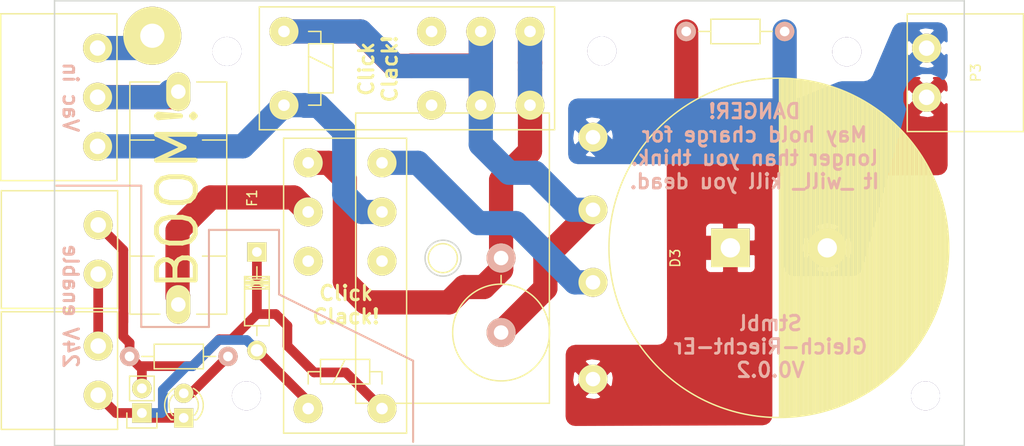
<source format=kicad_pcb>
(kicad_pcb (version 4) (host pcbnew "(2016-01-14 BZR 6474)-product")

  (general
    (links 29)
    (no_connects 0)
    (area 34.809999 66.82 140.945301 116.21226)
    (thickness 1.6)
    (drawings 30)
    (tracks 113)
    (zones 0)
    (modules 21)
    (nets 18)
  )

  (page A4)
  (layers
    (0 F.Cu signal)
    (31 B.Cu signal)
    (32 B.Adhes user)
    (33 F.Adhes user)
    (34 B.Paste user)
    (35 F.Paste user)
    (36 B.SilkS user)
    (37 F.SilkS user)
    (38 B.Mask user)
    (39 F.Mask user)
    (40 Dwgs.User user)
    (41 Cmts.User user)
    (42 Eco1.User user)
    (43 Eco2.User user)
    (44 Edge.Cuts user)
    (45 Margin user)
    (46 B.CrtYd user)
    (47 F.CrtYd user)
    (48 B.Fab user)
    (49 F.Fab user)
  )

  (setup
    (last_trace_width 0.25)
    (user_trace_width 1)
    (user_trace_width 2.5)
    (trace_clearance 0.2)
    (zone_clearance 0.9)
    (zone_45_only no)
    (trace_min 0.2)
    (segment_width 0.2)
    (edge_width 0.15)
    (via_size 1)
    (via_drill 0.5)
    (via_min_size 0.4)
    (via_min_drill 0.3)
    (uvia_size 0.3)
    (uvia_drill 0.1)
    (uvias_allowed no)
    (uvia_min_size 0.2)
    (uvia_min_drill 0.1)
    (pcb_text_width 0.3)
    (pcb_text_size 1.5 1.5)
    (mod_edge_width 0.15)
    (mod_text_size 1 1)
    (mod_text_width 0.15)
    (pad_size 1.524 1.524)
    (pad_drill 0.762)
    (pad_to_mask_clearance 0.2)
    (aux_axis_origin 0 0)
    (grid_origin 40.64 115.443)
    (visible_elements FFFFFF7F)
    (pcbplotparams
      (layerselection 0x00030_80000001)
      (usegerberextensions false)
      (excludeedgelayer true)
      (linewidth 0.100000)
      (plotframeref false)
      (viasonmask false)
      (mode 1)
      (useauxorigin false)
      (hpglpennumber 1)
      (hpglpenspeed 20)
      (hpglpendiameter 15)
      (hpglpenoverlay 2)
      (psnegative false)
      (psa4output false)
      (plotreference true)
      (plotvalue true)
      (plotinvisibletext false)
      (padsonsilk false)
      (subtractmaskfromsilk false)
      (outputformat 1)
      (mirror false)
      (drillshape 0)
      (scaleselection 1)
      (outputdirectory ""))
  )

  (net 0 "")
  (net 1 DC+)
  (net 2 DC-)
  (net 3 "Net-(D1-Pad1)")
  (net 4 "Net-(D1-Pad2)")
  (net 5 "Net-(D2-Pad1)")
  (net 6 Neutral)
  (net 7 AC_ntc)
  (net 8 AC_fused)
  (net 9 "Net-(F1-Pad1)")
  (net 10 PE)
  (net 11 "Net-(P1-Pad1)")
  (net 12 AC_switched)
  (net 13 "Net-(RL1-Pad12)")
  (net 14 "Net-(RL2-Pad12)")
  (net 15 "Net-(RL1-Pad22)")
  (net 16 "Net-(RL2-Pad22)")
  (net 17 Neutral_Switched)

  (net_class Default "Dies ist die voreingestellte Netzklasse."
    (clearance 0.2)
    (trace_width 0.25)
    (via_dia 1)
    (via_drill 0.5)
    (uvia_dia 0.3)
    (uvia_drill 0.1)
    (add_net AC_fused)
    (add_net AC_ntc)
    (add_net AC_switched)
    (add_net DC+)
    (add_net DC-)
    (add_net "Net-(D1-Pad1)")
    (add_net "Net-(D1-Pad2)")
    (add_net "Net-(D2-Pad1)")
    (add_net "Net-(F1-Pad1)")
    (add_net "Net-(P1-Pad1)")
    (add_net "Net-(RL1-Pad12)")
    (add_net "Net-(RL1-Pad22)")
    (add_net "Net-(RL2-Pad12)")
    (add_net "Net-(RL2-Pad22)")
    (add_net Neutral)
    (add_net Neutral_Switched)
    (add_net PE)
  )

  (module Fuse_Holders_and_Fuses:Fuseholder5x20_horiz_SemiClosed_Casing10x25mm (layer F.Cu) (tedit 56980EAA) (tstamp 5626694E)
    (at 53.4162 89.8017 270)
    (descr "Fuseholder, 5x20, Semi closed, horizontal, Casing 10x25mm,")
    (tags "Fuseholder, 5x20, Semi closed, horizontal, Casing 10x25mm, Sicherungshalter, halbgeschlossen,")
    (path /5626282B)
    (fp_text reference F1 (at 0 -7.62 270) (layer F.SilkS)
      (effects (font (size 1 1) (thickness 0.15)))
    )
    (fp_text value FUSE (at 1.27 7.62 270) (layer F.Fab) hide
      (effects (font (size 1 1) (thickness 0.15)))
    )
    (fp_line (start -5.99948 -2.49936) (end -5.99948 -5.00126) (layer F.SilkS) (width 0.15))
    (fp_line (start -5.99948 5.00126) (end -5.99948 2.49936) (layer F.SilkS) (width 0.15))
    (fp_line (start 5.99948 5.00126) (end 5.99948 2.49936) (layer F.SilkS) (width 0.15))
    (fp_line (start 5.99948 -5.00126) (end 5.99948 -2.49936) (layer F.SilkS) (width 0.15))
    (fp_line (start 11.99896 -1.89992) (end 11.99896 -5.00126) (layer F.SilkS) (width 0.15))
    (fp_line (start -11.99896 1.89992) (end -11.99896 5.00126) (layer F.SilkS) (width 0.15))
    (fp_line (start -11.99896 5.00126) (end 11.99896 5.00126) (layer F.SilkS) (width 0.15))
    (fp_line (start 11.99896 5.00126) (end 11.99896 1.89992) (layer F.SilkS) (width 0.15))
    (fp_line (start 11.99896 -5.00126) (end -11.99896 -5.00126) (layer F.SilkS) (width 0.15))
    (fp_line (start -11.99896 -5.00126) (end -11.99896 -1.89992) (layer F.SilkS) (width 0.15))
    (pad 2 thru_hole oval (at 11.00074 0 180) (size 2.49936 4.0005) (drill 1.50114) (layers *.Cu *.Mask F.SilkS)
      (net 8 AC_fused))
    (pad 1 thru_hole oval (at -11.00074 0 180) (size 2.49936 4.0005) (drill 1.50114) (layers *.Cu *.Mask F.SilkS)
      (net 9 "Net-(F1-Pad1)"))
  )

  (module Resistors_ThroughHole:Resistor_Vertical_RM7.5mm (layer F.Cu) (tedit 56980E35) (tstamp 562673CC)
    (at 86.741 99.949 90)
    (descr "Resistor, Vertical, RM 7.5mm,")
    (tags "Resistor, Vertical, RM 7.5mm,")
    (path /56262BA3)
    (fp_text reference R2 (at 0 -6.35 90) (layer F.SilkS) hide
      (effects (font (size 1 1) (thickness 0.15)))
    )
    (fp_text value R (at 0 7.50062 90) (layer F.Fab) hide
      (effects (font (size 1 1) (thickness 0.15)))
    )
    (fp_line (start 1.25222 0) (end 2.15138 0) (layer F.SilkS) (width 0.15))
    (fp_circle (center -3.74904 0) (end 1.25222 0) (layer F.SilkS) (width 0.15))
    (pad 1 thru_hole circle (at -3.74904 0 90) (size 3 3) (drill 1.5) (layers *.Cu *.SilkS *.Mask)
      (net 7 AC_ntc))
    (pad 2 thru_hole circle (at 3.95158 0 90) (size 3 3) (drill 1.5) (layers *.Cu *.SilkS *.Mask)
      (net 12 AC_switched))
  )

  (module Capacitors_ThroughHole:C_Radial_D35_L51_P10 (layer F.Cu) (tedit 56980E9A) (tstamp 5626813E)
    (at 110.4138 94.9452)
    (descr "Radial Electrolytic Capacitor Diameter 35mm x Length 51mm, Pitch 10mm")
    (tags "Electrolytic Capacitor")
    (path /562625AE)
    (fp_text reference C1 (at 5 -18.8) (layer F.SilkS) hide
      (effects (font (size 1 1) (thickness 0.15)))
    )
    (fp_text value CP1 (at 5 18.8) (layer F.Fab) hide
      (effects (font (size 1 1) (thickness 0.15)))
    )
    (fp_line (start 5.075 -17.5) (end 5.075 17.5) (layer F.SilkS) (width 0.15))
    (fp_line (start 5.215 -17.499) (end 5.215 17.499) (layer F.SilkS) (width 0.15))
    (fp_line (start 5.355 -17.496) (end 5.355 17.496) (layer F.SilkS) (width 0.15))
    (fp_line (start 5.495 -17.493) (end 5.495 17.493) (layer F.SilkS) (width 0.15))
    (fp_line (start 5.635 -17.488) (end 5.635 17.488) (layer F.SilkS) (width 0.15))
    (fp_line (start 5.775 -17.483) (end 5.775 17.483) (layer F.SilkS) (width 0.15))
    (fp_line (start 5.915 -17.476) (end 5.915 17.476) (layer F.SilkS) (width 0.15))
    (fp_line (start 6.055 -17.468) (end 6.055 17.468) (layer F.SilkS) (width 0.15))
    (fp_line (start 6.195 -17.459) (end 6.195 17.459) (layer F.SilkS) (width 0.15))
    (fp_line (start 6.335 -17.449) (end 6.335 17.449) (layer F.SilkS) (width 0.15))
    (fp_line (start 6.475 -17.438) (end 6.475 17.438) (layer F.SilkS) (width 0.15))
    (fp_line (start 6.615 -17.425) (end 6.615 17.425) (layer F.SilkS) (width 0.15))
    (fp_line (start 6.755 -17.412) (end 6.755 17.412) (layer F.SilkS) (width 0.15))
    (fp_line (start 6.895 -17.397) (end 6.895 17.397) (layer F.SilkS) (width 0.15))
    (fp_line (start 7.035 -17.381) (end 7.035 17.381) (layer F.SilkS) (width 0.15))
    (fp_line (start 7.175 -17.364) (end 7.175 17.364) (layer F.SilkS) (width 0.15))
    (fp_line (start 7.315 -17.346) (end 7.315 17.346) (layer F.SilkS) (width 0.15))
    (fp_line (start 7.455 -17.327) (end 7.455 17.327) (layer F.SilkS) (width 0.15))
    (fp_line (start 7.595 -17.307) (end 7.595 17.307) (layer F.SilkS) (width 0.15))
    (fp_line (start 7.735 -17.285) (end 7.735 17.285) (layer F.SilkS) (width 0.15))
    (fp_line (start 7.875 -17.262) (end 7.875 17.262) (layer F.SilkS) (width 0.15))
    (fp_line (start 8.015 -17.238) (end 8.015 17.238) (layer F.SilkS) (width 0.15))
    (fp_line (start 8.155 -17.213) (end 8.155 17.213) (layer F.SilkS) (width 0.15))
    (fp_line (start 8.295 -17.187) (end 8.295 17.187) (layer F.SilkS) (width 0.15))
    (fp_line (start 8.435 -17.16) (end 8.435 17.16) (layer F.SilkS) (width 0.15))
    (fp_line (start 8.575 -17.131) (end 8.575 17.131) (layer F.SilkS) (width 0.15))
    (fp_line (start 8.715 -17.101) (end 8.715 -0.197) (layer F.SilkS) (width 0.15))
    (fp_line (start 8.715 0.197) (end 8.715 17.101) (layer F.SilkS) (width 0.15))
    (fp_line (start 8.855 -17.07) (end 8.855 -0.616) (layer F.SilkS) (width 0.15))
    (fp_line (start 8.855 0.616) (end 8.855 17.07) (layer F.SilkS) (width 0.15))
    (fp_line (start 8.995 -17.038) (end 8.995 -0.825) (layer F.SilkS) (width 0.15))
    (fp_line (start 8.995 0.825) (end 8.995 17.038) (layer F.SilkS) (width 0.15))
    (fp_line (start 9.135 -17.004) (end 9.135 -0.97) (layer F.SilkS) (width 0.15))
    (fp_line (start 9.135 0.97) (end 9.135 17.004) (layer F.SilkS) (width 0.15))
    (fp_line (start 9.275 -16.97) (end 9.275 -1.079) (layer F.SilkS) (width 0.15))
    (fp_line (start 9.275 1.079) (end 9.275 16.97) (layer F.SilkS) (width 0.15))
    (fp_line (start 9.415 -16.934) (end 9.415 -1.161) (layer F.SilkS) (width 0.15))
    (fp_line (start 9.415 1.161) (end 9.415 16.934) (layer F.SilkS) (width 0.15))
    (fp_line (start 9.555 -16.897) (end 9.555 -1.221) (layer F.SilkS) (width 0.15))
    (fp_line (start 9.555 1.221) (end 9.555 16.897) (layer F.SilkS) (width 0.15))
    (fp_line (start 9.695 -16.858) (end 9.695 -1.264) (layer F.SilkS) (width 0.15))
    (fp_line (start 9.695 1.264) (end 9.695 16.858) (layer F.SilkS) (width 0.15))
    (fp_line (start 9.835 -16.819) (end 9.835 -1.289) (layer F.SilkS) (width 0.15))
    (fp_line (start 9.835 1.289) (end 9.835 16.819) (layer F.SilkS) (width 0.15))
    (fp_line (start 9.975 -16.778) (end 9.975 -1.3) (layer F.SilkS) (width 0.15))
    (fp_line (start 9.975 1.3) (end 9.975 16.778) (layer F.SilkS) (width 0.15))
    (fp_line (start 10.115 -16.736) (end 10.115 -1.295) (layer F.SilkS) (width 0.15))
    (fp_line (start 10.115 1.295) (end 10.115 16.736) (layer F.SilkS) (width 0.15))
    (fp_line (start 10.255 -16.692) (end 10.255 -1.275) (layer F.SilkS) (width 0.15))
    (fp_line (start 10.255 1.275) (end 10.255 16.692) (layer F.SilkS) (width 0.15))
    (fp_line (start 10.395 -16.648) (end 10.395 -1.239) (layer F.SilkS) (width 0.15))
    (fp_line (start 10.395 1.239) (end 10.395 16.648) (layer F.SilkS) (width 0.15))
    (fp_line (start 10.535 -16.602) (end 10.535 -1.185) (layer F.SilkS) (width 0.15))
    (fp_line (start 10.535 1.185) (end 10.535 16.602) (layer F.SilkS) (width 0.15))
    (fp_line (start 10.675 -16.554) (end 10.675 -1.111) (layer F.SilkS) (width 0.15))
    (fp_line (start 10.675 1.111) (end 10.675 16.554) (layer F.SilkS) (width 0.15))
    (fp_line (start 10.815 -16.506) (end 10.815 -1.013) (layer F.SilkS) (width 0.15))
    (fp_line (start 10.815 1.013) (end 10.815 16.506) (layer F.SilkS) (width 0.15))
    (fp_line (start 10.955 -16.456) (end 10.955 -0.882) (layer F.SilkS) (width 0.15))
    (fp_line (start 10.955 0.882) (end 10.955 16.456) (layer F.SilkS) (width 0.15))
    (fp_line (start 11.095 -16.404) (end 11.095 -0.701) (layer F.SilkS) (width 0.15))
    (fp_line (start 11.095 0.701) (end 11.095 16.404) (layer F.SilkS) (width 0.15))
    (fp_line (start 11.235 -16.352) (end 11.235 -0.406) (layer F.SilkS) (width 0.15))
    (fp_line (start 11.235 0.406) (end 11.235 16.352) (layer F.SilkS) (width 0.15))
    (fp_line (start 11.375 -16.298) (end 11.375 16.298) (layer F.SilkS) (width 0.15))
    (fp_line (start 11.515 -16.242) (end 11.515 16.242) (layer F.SilkS) (width 0.15))
    (fp_line (start 11.655 -16.185) (end 11.655 16.185) (layer F.SilkS) (width 0.15))
    (fp_line (start 11.795 -16.127) (end 11.795 16.127) (layer F.SilkS) (width 0.15))
    (fp_line (start 11.935 -16.067) (end 11.935 16.067) (layer F.SilkS) (width 0.15))
    (fp_line (start 12.075 -16.006) (end 12.075 16.006) (layer F.SilkS) (width 0.15))
    (fp_line (start 12.215 -15.943) (end 12.215 15.943) (layer F.SilkS) (width 0.15))
    (fp_line (start 12.355 -15.879) (end 12.355 15.879) (layer F.SilkS) (width 0.15))
    (fp_line (start 12.495 -15.814) (end 12.495 15.814) (layer F.SilkS) (width 0.15))
    (fp_line (start 12.635 -15.747) (end 12.635 15.747) (layer F.SilkS) (width 0.15))
    (fp_line (start 12.775 -15.678) (end 12.775 15.678) (layer F.SilkS) (width 0.15))
    (fp_line (start 12.915 -15.608) (end 12.915 15.608) (layer F.SilkS) (width 0.15))
    (fp_line (start 13.055 -15.536) (end 13.055 15.536) (layer F.SilkS) (width 0.15))
    (fp_line (start 13.195 -15.463) (end 13.195 15.463) (layer F.SilkS) (width 0.15))
    (fp_line (start 13.335 -15.388) (end 13.335 15.388) (layer F.SilkS) (width 0.15))
    (fp_line (start 13.475 -15.311) (end 13.475 15.311) (layer F.SilkS) (width 0.15))
    (fp_line (start 13.615 -15.233) (end 13.615 15.233) (layer F.SilkS) (width 0.15))
    (fp_line (start 13.755 -15.153) (end 13.755 15.153) (layer F.SilkS) (width 0.15))
    (fp_line (start 13.895 -15.071) (end 13.895 15.071) (layer F.SilkS) (width 0.15))
    (fp_line (start 14.035 -14.987) (end 14.035 14.987) (layer F.SilkS) (width 0.15))
    (fp_line (start 14.175 -14.902) (end 14.175 14.902) (layer F.SilkS) (width 0.15))
    (fp_line (start 14.315 -14.815) (end 14.315 14.815) (layer F.SilkS) (width 0.15))
    (fp_line (start 14.455 -14.726) (end 14.455 14.726) (layer F.SilkS) (width 0.15))
    (fp_line (start 14.595 -14.635) (end 14.595 14.635) (layer F.SilkS) (width 0.15))
    (fp_line (start 14.735 -14.542) (end 14.735 14.542) (layer F.SilkS) (width 0.15))
    (fp_line (start 14.875 -14.448) (end 14.875 14.448) (layer F.SilkS) (width 0.15))
    (fp_line (start 15.015 -14.351) (end 15.015 14.351) (layer F.SilkS) (width 0.15))
    (fp_line (start 15.155 -14.252) (end 15.155 14.252) (layer F.SilkS) (width 0.15))
    (fp_line (start 15.295 -14.151) (end 15.295 14.151) (layer F.SilkS) (width 0.15))
    (fp_line (start 15.435 -14.049) (end 15.435 14.049) (layer F.SilkS) (width 0.15))
    (fp_line (start 15.575 -13.943) (end 15.575 13.943) (layer F.SilkS) (width 0.15))
    (fp_line (start 15.715 -13.836) (end 15.715 13.836) (layer F.SilkS) (width 0.15))
    (fp_line (start 15.855 -13.727) (end 15.855 13.727) (layer F.SilkS) (width 0.15))
    (fp_line (start 15.995 -13.615) (end 15.995 13.615) (layer F.SilkS) (width 0.15))
    (fp_line (start 16.135 -13.5) (end 16.135 13.5) (layer F.SilkS) (width 0.15))
    (fp_line (start 16.275 -13.384) (end 16.275 13.384) (layer F.SilkS) (width 0.15))
    (fp_line (start 16.415 -13.265) (end 16.415 13.265) (layer F.SilkS) (width 0.15))
    (fp_line (start 16.555 -13.143) (end 16.555 13.143) (layer F.SilkS) (width 0.15))
    (fp_line (start 16.695 -13.018) (end 16.695 13.018) (layer F.SilkS) (width 0.15))
    (fp_line (start 16.835 -12.891) (end 16.835 12.891) (layer F.SilkS) (width 0.15))
    (fp_line (start 16.975 -12.761) (end 16.975 12.761) (layer F.SilkS) (width 0.15))
    (fp_line (start 17.115 -12.628) (end 17.115 12.628) (layer F.SilkS) (width 0.15))
    (fp_line (start 17.255 -12.493) (end 17.255 12.493) (layer F.SilkS) (width 0.15))
    (fp_line (start 17.395 -12.354) (end 17.395 12.354) (layer F.SilkS) (width 0.15))
    (fp_line (start 17.535 -12.212) (end 17.535 12.212) (layer F.SilkS) (width 0.15))
    (fp_line (start 17.675 -12.066) (end 17.675 12.066) (layer F.SilkS) (width 0.15))
    (fp_line (start 17.815 -11.917) (end 17.815 11.917) (layer F.SilkS) (width 0.15))
    (fp_line (start 17.955 -11.765) (end 17.955 11.765) (layer F.SilkS) (width 0.15))
    (fp_line (start 18.095 -11.609) (end 18.095 11.609) (layer F.SilkS) (width 0.15))
    (fp_line (start 18.235 -11.449) (end 18.235 11.449) (layer F.SilkS) (width 0.15))
    (fp_line (start 18.375 -11.285) (end 18.375 11.285) (layer F.SilkS) (width 0.15))
    (fp_line (start 18.515 -11.117) (end 18.515 11.117) (layer F.SilkS) (width 0.15))
    (fp_line (start 18.655 -10.945) (end 18.655 10.945) (layer F.SilkS) (width 0.15))
    (fp_line (start 18.795 -10.768) (end 18.795 10.768) (layer F.SilkS) (width 0.15))
    (fp_line (start 18.935 -10.586) (end 18.935 10.586) (layer F.SilkS) (width 0.15))
    (fp_line (start 19.075 -10.399) (end 19.075 10.399) (layer F.SilkS) (width 0.15))
    (fp_line (start 19.215 -10.207) (end 19.215 10.207) (layer F.SilkS) (width 0.15))
    (fp_line (start 19.355 -10.009) (end 19.355 10.009) (layer F.SilkS) (width 0.15))
    (fp_line (start 19.495 -9.805) (end 19.495 9.805) (layer F.SilkS) (width 0.15))
    (fp_line (start 19.635 -9.595) (end 19.635 9.595) (layer F.SilkS) (width 0.15))
    (fp_line (start 19.775 -9.378) (end 19.775 9.378) (layer F.SilkS) (width 0.15))
    (fp_line (start 19.915 -9.154) (end 19.915 9.154) (layer F.SilkS) (width 0.15))
    (fp_line (start 20.055 -8.922) (end 20.055 8.922) (layer F.SilkS) (width 0.15))
    (fp_line (start 20.195 -8.681) (end 20.195 8.681) (layer F.SilkS) (width 0.15))
    (fp_line (start 20.335 -8.431) (end 20.335 8.431) (layer F.SilkS) (width 0.15))
    (fp_line (start 20.475 -8.172) (end 20.475 8.172) (layer F.SilkS) (width 0.15))
    (fp_line (start 20.615 -7.901) (end 20.615 7.901) (layer F.SilkS) (width 0.15))
    (fp_line (start 20.755 -7.618) (end 20.755 7.618) (layer F.SilkS) (width 0.15))
    (fp_line (start 20.895 -7.321) (end 20.895 7.321) (layer F.SilkS) (width 0.15))
    (fp_line (start 21.035 -7.009) (end 21.035 7.009) (layer F.SilkS) (width 0.15))
    (fp_line (start 21.175 -6.68) (end 21.175 6.68) (layer F.SilkS) (width 0.15))
    (fp_line (start 21.315 -6.33) (end 21.315 6.33) (layer F.SilkS) (width 0.15))
    (fp_line (start 21.455 -5.957) (end 21.455 5.957) (layer F.SilkS) (width 0.15))
    (fp_line (start 21.595 -5.555) (end 21.595 5.555) (layer F.SilkS) (width 0.15))
    (fp_line (start 21.735 -5.118) (end 21.735 5.118) (layer F.SilkS) (width 0.15))
    (fp_line (start 21.875 -4.635) (end 21.875 4.635) (layer F.SilkS) (width 0.15))
    (fp_line (start 22.015 -4.091) (end 22.015 4.091) (layer F.SilkS) (width 0.15))
    (fp_line (start 22.155 -3.458) (end 22.155 3.458) (layer F.SilkS) (width 0.15))
    (fp_line (start 22.295 -2.671) (end 22.295 2.671) (layer F.SilkS) (width 0.15))
    (fp_line (start 22.435 -1.507) (end 22.435 1.507) (layer F.SilkS) (width 0.15))
    (fp_circle (center 10 0) (end 10 -1.3) (layer F.SilkS) (width 0.15))
    (fp_circle (center 5 0) (end 5 -17.5375) (layer F.SilkS) (width 0.15))
    (fp_circle (center 5 0) (end 5 -17.8) (layer F.CrtYd) (width 0.05))
    (pad 1 thru_hole rect (at 0 0) (size 4 4) (drill 2) (layers *.Cu *.Mask F.SilkS)
      (net 1 DC+))
    (pad 2 thru_hole circle (at 10 0) (size 4 4) (drill 2) (layers *.Cu *.Mask F.SilkS)
      (net 2 DC-))
    (model discret/capacitor/cp_30x51mm.wrl
      (at (xyz 0.2 0 0))
      (scale (xyz 1 1 1))
      (rotate (xyz 0 0 90))
    )
    (model discret/capacitor/cp_35x51mm.wrl
      (at (xyz 0.2 0 0))
      (scale (xyz 1 1 1))
      (rotate (xyz 0 0 90))
    )
  )

  (module LEDs:LED-3MM (layer F.Cu) (tedit 56980E58) (tstamp 56266914)
    (at 53.975 112.522 90)
    (descr "LED 3mm round vertical")
    (tags "LED  3mm round vertical")
    (path /56262E24)
    (fp_text reference D1 (at 1.91 3.06 90) (layer F.SilkS) hide
      (effects (font (size 1 1) (thickness 0.15)))
    )
    (fp_text value LED (at 1.3 -2.9 90) (layer F.Fab) hide
      (effects (font (size 1 1) (thickness 0.15)))
    )
    (fp_line (start -1.2 2.3) (end 3.8 2.3) (layer F.CrtYd) (width 0.05))
    (fp_line (start 3.8 2.3) (end 3.8 -2.2) (layer F.CrtYd) (width 0.05))
    (fp_line (start 3.8 -2.2) (end -1.2 -2.2) (layer F.CrtYd) (width 0.05))
    (fp_line (start -1.2 -2.2) (end -1.2 2.3) (layer F.CrtYd) (width 0.05))
    (fp_line (start -0.199 1.314) (end -0.199 1.114) (layer F.SilkS) (width 0.15))
    (fp_line (start -0.199 -1.28) (end -0.199 -1.1) (layer F.SilkS) (width 0.15))
    (fp_arc (start 1.301 0.034) (end -0.199 -1.286) (angle 108.5) (layer F.SilkS) (width 0.15))
    (fp_arc (start 1.301 0.034) (end 0.25 -1.1) (angle 85.7) (layer F.SilkS) (width 0.15))
    (fp_arc (start 1.311 0.034) (end 3.051 0.994) (angle 110) (layer F.SilkS) (width 0.15))
    (fp_arc (start 1.301 0.034) (end 2.335 1.094) (angle 87.5) (layer F.SilkS) (width 0.15))
    (fp_text user K (at -1.69 1.74 90) (layer F.SilkS) hide
      (effects (font (size 1 1) (thickness 0.15)))
    )
    (pad 1 thru_hole rect (at 0 0 180) (size 2 2) (drill 1.00076) (layers *.Cu *.Mask F.SilkS)
      (net 3 "Net-(D1-Pad1)"))
    (pad 2 thru_hole circle (at 2.54 0 90) (size 2 2) (drill 1.00076) (layers *.Cu *.Mask F.SilkS)
      (net 4 "Net-(D1-Pad2)"))
    (model LEDs.3dshapes/LED-3MM.wrl
      (at (xyz 0.05 0 0))
      (scale (xyz 1 1 1))
      (rotate (xyz 0 0 90))
    )
    (model discret/leds/led3_vertical_verde.wrl
      (at (xyz 0.05 0 0))
      (scale (xyz 1 1 1))
      (rotate (xyz 0 0 0))
    )
  )

  (module Diodes_ThroughHole:Diode_DO-41_SOD81_Horizontal_RM10 (layer F.Cu) (tedit 56980E92) (tstamp 56266928)
    (at 61.52896 95.377 270)
    (descr "Diode, DO-41, SOD81, Horizontal, RM 10mm,")
    (tags "Diode, DO-41, SOD81, Horizontal, RM 10mm, 1N4007, SB140,")
    (path /56262D54)
    (fp_text reference D2 (at 5.38734 2.53746 270) (layer F.SilkS) hide
      (effects (font (size 1 1) (thickness 0.15)))
    )
    (fp_text value DIODE (at 4.37134 -3.55854 270) (layer F.Fab) hide
      (effects (font (size 1 1) (thickness 0.15)))
    )
    (fp_line (start 7.62 -0.00254) (end 8.636 -0.00254) (layer F.SilkS) (width 0.15))
    (fp_line (start 2.794 -0.00254) (end 1.524 -0.00254) (layer F.SilkS) (width 0.15))
    (fp_line (start 3.048 -1.27254) (end 3.048 1.26746) (layer F.SilkS) (width 0.15))
    (fp_line (start 3.302 -1.27254) (end 3.302 1.26746) (layer F.SilkS) (width 0.15))
    (fp_line (start 3.556 -1.27254) (end 3.556 1.26746) (layer F.SilkS) (width 0.15))
    (fp_line (start 2.794 -1.27254) (end 2.794 1.26746) (layer F.SilkS) (width 0.15))
    (fp_line (start 3.81 -1.27254) (end 2.54 1.26746) (layer F.SilkS) (width 0.15))
    (fp_line (start 2.54 -1.27254) (end 3.81 1.26746) (layer F.SilkS) (width 0.15))
    (fp_line (start 3.81 -1.27254) (end 3.81 1.26746) (layer F.SilkS) (width 0.15))
    (fp_line (start 3.175 -1.27254) (end 3.175 1.26746) (layer F.SilkS) (width 0.15))
    (fp_line (start 2.54 1.26746) (end 2.54 -1.27254) (layer F.SilkS) (width 0.15))
    (fp_line (start 2.54 -1.27254) (end 7.62 -1.27254) (layer F.SilkS) (width 0.15))
    (fp_line (start 7.62 -1.27254) (end 7.62 1.26746) (layer F.SilkS) (width 0.15))
    (fp_line (start 7.62 1.26746) (end 2.54 1.26746) (layer F.SilkS) (width 0.15))
    (pad 2 thru_hole circle (at 10.16 -0.00254 90) (size 1.99898 1.99898) (drill 1.27) (layers *.Cu *.Mask F.SilkS)
      (net 3 "Net-(D1-Pad1)"))
    (pad 1 thru_hole rect (at 0 -0.00254 90) (size 1.99898 1.99898) (drill 1.00076) (layers *.Cu *.Mask F.SilkS)
      (net 5 "Net-(D2-Pad1)"))
  )

  (module bridge:dfb_bridge (layer F.Cu) (tedit 56265C28) (tstamp 56266935)
    (at 101.727 96.012 90)
    (path /56262529)
    (fp_text reference D3 (at 0 3 90) (layer F.SilkS)
      (effects (font (size 1 1) (thickness 0.15)))
    )
    (fp_text value BRIDGE (at 0 5 90) (layer F.Fab)
      (effects (font (size 1 1) (thickness 0.15)))
    )
    (fp_circle (center 0 -21) (end 1.5 -21) (layer F.SilkS) (width 0.15))
    (fp_line (start -15 -30) (end 15 -30) (layer F.SilkS) (width 0.15))
    (fp_line (start 15 -30) (end 15 -10) (layer F.SilkS) (width 0.15))
    (fp_line (start -15 -10) (end 15 -10) (layer F.SilkS) (width 0.15))
    (fp_line (start -15 -30) (end -15 -10) (layer F.SilkS) (width 0.15))
    (pad 3 thru_hole circle (at -12.5 -5.5 90) (size 3 3) (drill 1.5) (layers *.Cu *.Mask F.SilkS)
      (net 1 DC+))
    (pad 2 thru_hole circle (at -2.5 -5.5 90) (size 3 3) (drill 1.5) (layers *.Cu *.Mask F.SilkS)
      (net 17 Neutral_Switched))
    (pad 4 thru_hole circle (at 5 -5.5 90) (size 3 3) (drill 1.5) (layers *.Cu *.Mask F.SilkS)
      (net 7 AC_ntc))
    (pad 1 thru_hole circle (at 12.5 -5.5 90) (size 3 3) (drill 1.5) (layers *.Cu *.Mask F.SilkS)
      (net 2 DC-))
  )

  (module custom_footprints:WE313-3 (layer F.Cu) (tedit 56980EB2) (tstamp 56266959)
    (at 45.085 79.375 270)
    (path /562627B8)
    (fp_text reference K1 (at 0 5.08 270) (layer F.SilkS) hide
      (effects (font (size 1 1) (thickness 0.15)))
    )
    (fp_text value CONN_3 (at 0 2.54 270) (layer F.Fab) hide
      (effects (font (size 1 1) (thickness 0.15)))
    )
    (fp_line (start -8.62 10) (end -8.62 -2) (layer F.SilkS) (width 0.15))
    (fp_line (start 8.62 10) (end -8.62 10) (layer F.SilkS) (width 0.15))
    (fp_line (start 8.62 -2) (end 8.62 10) (layer F.SilkS) (width 0.15))
    (fp_line (start -8.62 -2) (end 8.62 -2) (layer F.SilkS) (width 0.15))
    (pad 1 thru_hole circle (at -5.08 0 270) (size 3 3) (drill 1.6) (layers *.Cu *.Mask F.SilkS)
      (net 10 PE))
    (pad 2 thru_hole circle (at 0 0 270) (size 3 3) (drill 1.6) (layers *.Cu *.Mask F.SilkS)
      (net 9 "Net-(F1-Pad1)"))
    (pad 3 thru_hole circle (at 5.08 0 270) (size 3 3) (drill 1.6) (layers *.Cu *.Mask F.SilkS)
      (net 6 Neutral))
  )

  (module custom_footprints:WE313-2 (layer F.Cu) (tedit 56980E60) (tstamp 56266963)
    (at 45.1485 107.6325 270)
    (path /5626358D)
    (fp_text reference P1 (at 0 5.08 270) (layer F.SilkS) hide
      (effects (font (size 1 1) (thickness 0.15)))
    )
    (fp_text value CONN_2 (at 0 2.54 270) (layer F.Fab) hide
      (effects (font (size 1 1) (thickness 0.15)))
    )
    (fp_line (start -6.08 10) (end -6.08 -2) (layer F.SilkS) (width 0.15))
    (fp_line (start 6.08 10) (end -6.08 10) (layer F.SilkS) (width 0.15))
    (fp_line (start 6.08 -2) (end 6.08 10) (layer F.SilkS) (width 0.15))
    (fp_line (start -6.08 -2) (end 6.08 -2) (layer F.SilkS) (width 0.15))
    (pad 1 thru_hole circle (at -2.54 0 270) (size 3 3) (drill 1.6) (layers *.Cu *.Mask F.SilkS)
      (net 11 "Net-(P1-Pad1)"))
    (pad 2 thru_hole circle (at 2.54 0 270) (size 3 3) (drill 1.6) (layers *.Cu *.Mask F.SilkS)
      (net 3 "Net-(D1-Pad1)"))
  )

  (module custom_footprints:WE313-2 (layer F.Cu) (tedit 56980E4E) (tstamp 5626696D)
    (at 45.1485 95.123 270)
    (path /562626ED)
    (fp_text reference P2 (at 0 5.08 270) (layer F.SilkS) hide
      (effects (font (size 1 1) (thickness 0.15)))
    )
    (fp_text value CONN_2 (at 0 2.54 270) (layer F.Fab) hide
      (effects (font (size 1 1) (thickness 0.15)))
    )
    (fp_line (start -6.08 10) (end -6.08 -2) (layer F.SilkS) (width 0.15))
    (fp_line (start 6.08 10) (end -6.08 10) (layer F.SilkS) (width 0.15))
    (fp_line (start 6.08 -2) (end 6.08 10) (layer F.SilkS) (width 0.15))
    (fp_line (start -6.08 -2) (end 6.08 -2) (layer F.SilkS) (width 0.15))
    (pad 1 thru_hole circle (at -2.54 0 270) (size 3 3) (drill 1.6) (layers *.Cu *.Mask F.SilkS)
      (net 5 "Net-(D2-Pad1)"))
    (pad 2 thru_hole circle (at 2.54 0 270) (size 3 3) (drill 1.6) (layers *.Cu *.Mask F.SilkS)
      (net 11 "Net-(P1-Pad1)"))
  )

  (module custom_footprints:WE313-2 (layer F.Cu) (tedit 56980E88) (tstamp 56266977)
    (at 130.6703 76.8477 90)
    (path /56262678)
    (fp_text reference P3 (at 0 5.08 90) (layer F.SilkS)
      (effects (font (size 1 1) (thickness 0.15)))
    )
    (fp_text value CONN_2 (at 0 2.54 90) (layer F.Fab) hide
      (effects (font (size 1 1) (thickness 0.15)))
    )
    (fp_line (start -6.08 10) (end -6.08 -2) (layer F.SilkS) (width 0.15))
    (fp_line (start 6.08 10) (end -6.08 10) (layer F.SilkS) (width 0.15))
    (fp_line (start 6.08 -2) (end 6.08 10) (layer F.SilkS) (width 0.15))
    (fp_line (start -6.08 -2) (end 6.08 -2) (layer F.SilkS) (width 0.15))
    (pad 1 thru_hole circle (at -2.54 0 90) (size 3 3) (drill 1.6) (layers *.Cu *.Mask F.SilkS)
      (net 1 DC+))
    (pad 2 thru_hole circle (at 2.54 0 90) (size 3 3) (drill 1.6) (layers *.Cu *.Mask F.SilkS)
      (net 2 DC-))
  )

  (module Socket_Strips:Socket_Strip_Straight_1x02 (layer F.Cu) (tedit 56980E5D) (tstamp 56266988)
    (at 49.657 112.014 90)
    (descr "Through hole socket strip")
    (tags "socket strip")
    (path /56266A2B)
    (fp_text reference P4 (at 0 -5.1 90) (layer F.SilkS) hide
      (effects (font (size 1 1) (thickness 0.15)))
    )
    (fp_text value CONN_2 (at 0 -3.1 90) (layer F.Fab) hide
      (effects (font (size 1 1) (thickness 0.15)))
    )
    (fp_line (start -1.55 1.55) (end 0 1.55) (layer F.SilkS) (width 0.15))
    (fp_line (start 3.81 1.27) (end 1.27 1.27) (layer F.SilkS) (width 0.15))
    (fp_line (start -1.75 -1.75) (end -1.75 1.75) (layer F.CrtYd) (width 0.05))
    (fp_line (start 4.3 -1.75) (end 4.3 1.75) (layer F.CrtYd) (width 0.05))
    (fp_line (start -1.75 -1.75) (end 4.3 -1.75) (layer F.CrtYd) (width 0.05))
    (fp_line (start -1.75 1.75) (end 4.3 1.75) (layer F.CrtYd) (width 0.05))
    (fp_line (start 1.27 1.27) (end 1.27 -1.27) (layer F.SilkS) (width 0.15))
    (fp_line (start 0 -1.55) (end -1.55 -1.55) (layer F.SilkS) (width 0.15))
    (fp_line (start -1.55 -1.55) (end -1.55 1.55) (layer F.SilkS) (width 0.15))
    (fp_line (start 1.27 -1.27) (end 3.81 -1.27) (layer F.SilkS) (width 0.15))
    (fp_line (start 3.81 -1.27) (end 3.81 1.27) (layer F.SilkS) (width 0.15))
    (pad 1 thru_hole rect (at 0 0 90) (size 2.032 2.032) (drill 1.016) (layers *.Cu *.Mask F.SilkS)
      (net 3 "Net-(D1-Pad1)"))
    (pad 2 thru_hole oval (at 2.54 0 90) (size 2.032 2.032) (drill 1.016) (layers *.Cu *.Mask F.SilkS)
      (net 5 "Net-(D2-Pad1)"))
    (model Socket_Strips.3dshapes/Socket_Strip_Straight_1x02.wrl
      (at (xyz 0.05 0 0))
      (scale (xyz 1 1 1))
      (rotate (xyz 0 0 180))
    )
    (model pin_array/pins_array_2x1.wrl
      (at (xyz 0.05 0 0))
      (scale (xyz 1 1 1))
      (rotate (xyz 0 0 0))
    )
  )

  (module Resistors_ThroughHole:Resistor_Horizontal_RM10mm (layer F.Cu) (tedit 56980E5A) (tstamp 56266994)
    (at 53.467 106.172 180)
    (descr "Resistor, Axial,  RM 10mm, 1/3W,")
    (tags "Resistor, Axial, RM 10mm, 1/3W,")
    (path /56263013)
    (fp_text reference R1 (at 0.24892 -3.50012 180) (layer F.SilkS) hide
      (effects (font (size 1 1) (thickness 0.15)))
    )
    (fp_text value R (at 3.81 3.81 180) (layer F.Fab) hide
      (effects (font (size 1 1) (thickness 0.15)))
    )
    (fp_line (start -2.54 -1.27) (end 2.54 -1.27) (layer F.SilkS) (width 0.15))
    (fp_line (start 2.54 -1.27) (end 2.54 1.27) (layer F.SilkS) (width 0.15))
    (fp_line (start 2.54 1.27) (end -2.54 1.27) (layer F.SilkS) (width 0.15))
    (fp_line (start -2.54 1.27) (end -2.54 -1.27) (layer F.SilkS) (width 0.15))
    (fp_line (start -2.54 0) (end -3.81 0) (layer F.SilkS) (width 0.15))
    (fp_line (start 2.54 0) (end 3.81 0) (layer F.SilkS) (width 0.15))
    (pad 1 thru_hole circle (at -5.08 0 180) (size 1.99898 1.99898) (drill 1.00076) (layers *.Cu *.SilkS *.Mask)
      (net 4 "Net-(D1-Pad2)"))
    (pad 2 thru_hole circle (at 5.08 0 180) (size 1.99898 1.99898) (drill 1.00076) (layers *.Cu *.SilkS *.Mask)
      (net 5 "Net-(D2-Pad1)"))
    (model Resistors_ThroughHole.3dshapes/Resistor_Horizontal_RM10mm.wrl
      (at (xyz 0 0 0))
      (scale (xyz 0.4 0.4 0.4))
      (rotate (xyz 0 0 0))
    )
    (model discret/resistors/horizontal/r_h_1k.wrl
      (at (xyz 0 0 0))
      (scale (xyz 0.4 0.4 0.4))
      (rotate (xyz 0 0 0))
    )
  )

  (module Resistors_ThroughHole:Resistor_Horizontal_RM10mm (layer F.Cu) (tedit 56980E9E) (tstamp 562669AC)
    (at 110.9345 72.5805)
    (descr "Resistor, Axial,  RM 10mm, 1/3W,")
    (tags "Resistor, Axial, RM 10mm, 1/3W,")
    (path /5626609F)
    (fp_text reference R3 (at 0.24892 -3.50012) (layer F.SilkS) hide
      (effects (font (size 1 1) (thickness 0.15)))
    )
    (fp_text value R (at 3.81 3.81) (layer F.Fab) hide
      (effects (font (size 1 1) (thickness 0.15)))
    )
    (fp_line (start -2.54 -1.27) (end 2.54 -1.27) (layer F.SilkS) (width 0.15))
    (fp_line (start 2.54 -1.27) (end 2.54 1.27) (layer F.SilkS) (width 0.15))
    (fp_line (start 2.54 1.27) (end -2.54 1.27) (layer F.SilkS) (width 0.15))
    (fp_line (start -2.54 1.27) (end -2.54 -1.27) (layer F.SilkS) (width 0.15))
    (fp_line (start -2.54 0) (end -3.81 0) (layer F.SilkS) (width 0.15))
    (fp_line (start 2.54 0) (end 3.81 0) (layer F.SilkS) (width 0.15))
    (pad 1 thru_hole circle (at -5.08 0) (size 1.99898 1.99898) (drill 1.00076) (layers *.Cu *.SilkS *.Mask)
      (net 1 DC+))
    (pad 2 thru_hole circle (at 5.08 0) (size 1.99898 1.99898) (drill 1.00076) (layers *.Cu *.SilkS *.Mask)
      (net 2 DC-))
    (model Resistors_ThroughHole.3dshapes/Resistor_Horizontal_RM10mm.wrl
      (at (xyz 0 0 0))
      (scale (xyz 0.4 0.4 0.4))
      (rotate (xyz 0 0 0))
    )
    (model discret/resistors/horizontal/r_h_1K2.wrl
      (at (xyz 0 0 0))
      (scale (xyz 0.4 0.4 0.4))
      (rotate (xyz 0 0 0))
    )
  )

  (module Relays_ThroughHole:Relay_DPDT_Schrack-RT2_RM5mm (layer F.Cu) (tedit 56980EBC) (tstamp 562669C6)
    (at 64.3255 80.2005)
    (descr "Relay, DPST, Schrack-RT2, RM5mm,")
    (tags "Relay, DPST,  Schrack-RT1, RM5mm, Reais, 2 x um,")
    (path /562691A0)
    (fp_text reference RL1 (at 13.97 -11.43) (layer F.SilkS) hide
      (effects (font (size 1 1) (thickness 0.15)))
    )
    (fp_text value FINDER-40.52 (at 12.7 5.08) (layer F.Fab) hide
      (effects (font (size 1 1) (thickness 0.15)))
    )
    (fp_line (start 2.54 -5.08) (end 5.08 -3.81) (layer F.SilkS) (width 0.15))
    (fp_line (start 3.81 -1.27) (end 3.81 0) (layer F.SilkS) (width 0.15))
    (fp_line (start 3.81 0) (end 2.54 0) (layer F.SilkS) (width 0.15))
    (fp_line (start 2.54 -7.62) (end 3.81 -7.62) (layer F.SilkS) (width 0.15))
    (fp_line (start 3.81 -7.62) (end 3.81 -6.35) (layer F.SilkS) (width 0.15))
    (fp_line (start 3.81 -6.35) (end 5.08 -6.35) (layer F.SilkS) (width 0.15))
    (fp_line (start 5.08 -6.35) (end 5.08 -1.27) (layer F.SilkS) (width 0.15))
    (fp_line (start 5.08 -1.27) (end 2.54 -1.27) (layer F.SilkS) (width 0.15))
    (fp_line (start 2.54 -1.27) (end 2.54 -6.35) (layer F.SilkS) (width 0.15))
    (fp_line (start 2.54 -6.35) (end 3.81 -6.35) (layer F.SilkS) (width 0.15))
    (fp_line (start -2.54 -10.16) (end 27.94 -10.16) (layer F.SilkS) (width 0.15))
    (fp_line (start 27.94 -10.16) (end 27.94 2.54) (layer F.SilkS) (width 0.15))
    (fp_line (start 27.94 2.54) (end -2.54 2.54) (layer F.SilkS) (width 0.15))
    (fp_line (start -2.54 2.54) (end -2.54 -10.16) (layer F.SilkS) (width 0.15))
    (pad A1 thru_hole circle (at 0 -7.62) (size 2.99974 2.99974) (drill 1.19888) (layers *.Cu *.Mask F.SilkS)
      (net 7 AC_ntc))
    (pad A2 thru_hole circle (at 0 0) (size 2.99974 2.99974) (drill 1.19888) (layers *.Cu *.Mask F.SilkS)
      (net 6 Neutral))
    (pad 22 thru_hole circle (at 15.24 0) (size 2.99974 2.99974) (drill 1.19888) (layers *.Cu *.Mask F.SilkS)
      (net 15 "Net-(RL1-Pad22)"))
    (pad 21 thru_hole circle (at 20.32 0) (size 2.99974 2.99974) (drill 1.19888) (layers *.Cu *.Mask F.SilkS)
      (net 7 AC_ntc))
    (pad 24 thru_hole circle (at 25.4 0) (size 2.99974 2.99974) (drill 1.19888) (layers *.Cu *.Mask F.SilkS)
      (net 12 AC_switched))
    (pad 12 thru_hole circle (at 15.24 -7.62) (size 2.99974 2.99974) (drill 1.19888) (layers *.Cu *.Mask F.SilkS)
      (net 13 "Net-(RL1-Pad12)"))
    (pad 11 thru_hole circle (at 20.32 -7.62) (size 2.99974 2.99974) (drill 1.19888) (layers *.Cu *.Mask F.SilkS)
      (net 7 AC_ntc))
    (pad 14 thru_hole circle (at 25.4 -7.62) (size 2.99974 2.99974) (drill 1.19888) (layers *.Cu *.Mask F.SilkS)
      (net 12 AC_switched))
  )

  (module Relays_ThroughHole:Relay_DPDT_Schrack-RT2_RM5mm (layer F.Cu) (tedit 56980E8E) (tstamp 562669E0)
    (at 74.4474 111.5568 90)
    (descr "Relay, DPST, Schrack-RT2, RM5mm,")
    (tags "Relay, DPST,  Schrack-RT1, RM5mm, Reais, 2 x um,")
    (path /56268E4F)
    (fp_text reference RL2 (at 13.97 -11.43 90) (layer F.SilkS) hide
      (effects (font (size 1 1) (thickness 0.15)))
    )
    (fp_text value FINDER-40.52 (at 12.7 5.08 90) (layer F.Fab) hide
      (effects (font (size 1 1) (thickness 0.15)))
    )
    (fp_line (start 2.54 -5.08) (end 5.08 -3.81) (layer F.SilkS) (width 0.15))
    (fp_line (start 3.81 -1.27) (end 3.81 0) (layer F.SilkS) (width 0.15))
    (fp_line (start 3.81 0) (end 2.54 0) (layer F.SilkS) (width 0.15))
    (fp_line (start 2.54 -7.62) (end 3.81 -7.62) (layer F.SilkS) (width 0.15))
    (fp_line (start 3.81 -7.62) (end 3.81 -6.35) (layer F.SilkS) (width 0.15))
    (fp_line (start 3.81 -6.35) (end 5.08 -6.35) (layer F.SilkS) (width 0.15))
    (fp_line (start 5.08 -6.35) (end 5.08 -1.27) (layer F.SilkS) (width 0.15))
    (fp_line (start 5.08 -1.27) (end 2.54 -1.27) (layer F.SilkS) (width 0.15))
    (fp_line (start 2.54 -1.27) (end 2.54 -6.35) (layer F.SilkS) (width 0.15))
    (fp_line (start 2.54 -6.35) (end 3.81 -6.35) (layer F.SilkS) (width 0.15))
    (fp_line (start -2.54 -10.16) (end 27.94 -10.16) (layer F.SilkS) (width 0.15))
    (fp_line (start 27.94 -10.16) (end 27.94 2.54) (layer F.SilkS) (width 0.15))
    (fp_line (start 27.94 2.54) (end -2.54 2.54) (layer F.SilkS) (width 0.15))
    (fp_line (start -2.54 2.54) (end -2.54 -10.16) (layer F.SilkS) (width 0.15))
    (pad A1 thru_hole circle (at 0 -7.62 90) (size 2.99974 2.99974) (drill 1.19888) (layers *.Cu *.Mask F.SilkS)
      (net 3 "Net-(D1-Pad1)"))
    (pad A2 thru_hole circle (at 0 0 90) (size 2.99974 2.99974) (drill 1.19888) (layers *.Cu *.Mask F.SilkS)
      (net 5 "Net-(D2-Pad1)"))
    (pad 22 thru_hole circle (at 15.24 0 90) (size 2.99974 2.99974) (drill 1.19888) (layers *.Cu *.Mask F.SilkS)
      (net 16 "Net-(RL2-Pad22)"))
    (pad 21 thru_hole circle (at 20.32 0 90) (size 2.99974 2.99974) (drill 1.19888) (layers *.Cu *.Mask F.SilkS)
      (net 6 Neutral))
    (pad 24 thru_hole circle (at 25.4 0 90) (size 2.99974 2.99974) (drill 1.19888) (layers *.Cu *.Mask F.SilkS)
      (net 17 Neutral_Switched))
    (pad 12 thru_hole circle (at 15.24 -7.62 90) (size 2.99974 2.99974) (drill 1.19888) (layers *.Cu *.Mask F.SilkS)
      (net 14 "Net-(RL2-Pad12)"))
    (pad 11 thru_hole circle (at 20.32 -7.62 90) (size 2.99974 2.99974) (drill 1.19888) (layers *.Cu *.Mask F.SilkS)
      (net 8 AC_fused))
    (pad 14 thru_hole circle (at 25.4 -7.62 90) (size 2.99974 2.99974) (drill 1.19888) (layers *.Cu *.Mask F.SilkS)
      (net 12 AC_switched))
  )

  (module Wire_Pads:SolderWirePad_single_2-5mmDrill (layer F.Cu) (tedit 56980EBF) (tstamp 56267575)
    (at 50.7365 73.025)
    (path /56267627)
    (fp_text reference P5 (at 0 -5.08) (layer F.SilkS) hide
      (effects (font (size 1 1) (thickness 0.15)))
    )
    (fp_text value CONN_1 (at 1.27 5.08) (layer F.Fab) hide
      (effects (font (size 1 1) (thickness 0.15)))
    )
    (pad 1 thru_hole circle (at 0 0) (size 5.99948 5.99948) (drill 2.49936) (layers *.Cu *.Mask F.SilkS)
      (net 10 PE))
  )

  (module Mounting_Holes:MountingHole_3mm (layer F.Cu) (tedit 56980EA3) (tstamp 562697D3)
    (at 130.556 110.236)
    (descr "Mounting hole, Befestigungsbohrung, 3mm, No Annular, Kein Restring,")
    (tags "Mounting hole, Befestigungsbohrung, 3mm, No Annular, Kein Restring,")
    (fp_text reference REF** (at 0 -4.0005) (layer F.SilkS) hide
      (effects (font (size 1 1) (thickness 0.15)))
    )
    (fp_text value MountingHole_3mm (at 1.00076 5.00126) (layer F.Fab) hide
      (effects (font (size 1 1) (thickness 0.15)))
    )
    (fp_circle (center 0 0) (end 3 0) (layer Cmts.User) (width 0.381))
    (pad 1 thru_hole circle (at 0 0) (size 3 3) (drill 3) (layers))
  )

  (module Mounting_Holes:MountingHole_3mm (layer F.Cu) (tedit 56980E96) (tstamp 562697D7)
    (at 97.1423 74.5998)
    (descr "Mounting hole, Befestigungsbohrung, 3mm, No Annular, Kein Restring,")
    (tags "Mounting hole, Befestigungsbohrung, 3mm, No Annular, Kein Restring,")
    (fp_text reference REF** (at 0 -4.0005) (layer F.SilkS) hide
      (effects (font (size 1 1) (thickness 0.15)))
    )
    (fp_text value MountingHole_3mm (at 1.00076 5.00126) (layer F.Fab) hide
      (effects (font (size 1 1) (thickness 0.15)))
    )
    (fp_circle (center 0 0) (end 3 0) (layer Cmts.User) (width 0.381))
    (pad 1 thru_hole circle (at 0 0) (size 3 3) (drill 3) (layers))
  )

  (module Mounting_Holes:MountingHole_3mm (layer F.Cu) (tedit 56980EA6) (tstamp 56269874)
    (at 60.452 110.236)
    (descr "Mounting hole, Befestigungsbohrung, 3mm, No Annular, Kein Restring,")
    (tags "Mounting hole, Befestigungsbohrung, 3mm, No Annular, Kein Restring,")
    (fp_text reference REF** (at 0 -4.0005) (layer F.SilkS) hide
      (effects (font (size 1 1) (thickness 0.15)))
    )
    (fp_text value MountingHole_3mm (at 1.00076 5.00126) (layer F.Fab) hide
      (effects (font (size 1 1) (thickness 0.15)))
    )
    (fp_circle (center 0 0) (end 3 0) (layer Cmts.User) (width 0.381))
    (pad 1 thru_hole circle (at 0 0) (size 3 3) (drill 3) (layers))
  )

  (module Mounting_Holes:MountingHole_3mm (layer F.Cu) (tedit 56980E77) (tstamp 562698D7)
    (at 58.44 74.643)
    (descr "Mounting hole, Befestigungsbohrung, 3mm, No Annular, Kein Restring,")
    (tags "Mounting hole, Befestigungsbohrung, 3mm, No Annular, Kein Restring,")
    (fp_text reference REF** (at 0 -4.0005) (layer F.SilkS) hide
      (effects (font (size 1 1) (thickness 0.15)))
    )
    (fp_text value MountingHole_3mm (at 1.00076 5.00126) (layer F.Fab) hide
      (effects (font (size 1 1) (thickness 0.15)))
    )
    (fp_circle (center 0 0) (end 3 0) (layer Cmts.User) (width 0.381))
    (pad 1 thru_hole circle (at 0 0) (size 3 3) (drill 3) (layers))
  )

  (module Mounting_Holes:MountingHole_3mm (layer F.Cu) (tedit 56980EDC) (tstamp 56269930)
    (at 122.428 74.676)
    (descr "Mounting hole, Befestigungsbohrung, 3mm, No Annular, Kein Restring,")
    (tags "Mounting hole, Befestigungsbohrung, 3mm, No Annular, Kein Restring,")
    (fp_text reference REF** (at 0 -4.0005) (layer F.SilkS) hide
      (effects (font (size 1 1) (thickness 0.15)))
    )
    (fp_text value MountingHole_3mm (at 1.00076 5.00126) (layer F.Fab) hide
      (effects (font (size 1 1) (thickness 0.15)))
    )
    (fp_circle (center 0 0) (end 3 0) (layer Cmts.User) (width 0.381))
    (pad 1 thru_hole circle (at 0 0) (size 3 3) (drill 3) (layers))
  )

  (gr_text "DANGER!\nMay hold charge for\nlonger than you think.\nIt _will_ kill you dead." (at 112.903 84.455) (layer B.SilkS)
    (effects (font (size 1.5 1.5) (thickness 0.3)) (justify mirror))
  )
  (gr_line (start 77.6605 106.6165) (end 77.6605 114.9985) (layer B.SilkS) (width 0.2))
  (gr_line (start 63.8175 99.7585) (end 77.6605 106.6165) (layer B.SilkS) (width 0.2))
  (gr_line (start 63.8175 93.091) (end 63.8175 99.7585) (layer B.SilkS) (width 0.2))
  (gr_line (start 56.5785 93.091) (end 63.8175 93.091) (layer B.SilkS) (width 0.2))
  (gr_line (start 56.5785 103.124) (end 56.5785 93.091) (layer B.SilkS) (width 0.2))
  (gr_line (start 49.5935 103.124) (end 56.5785 103.124) (layer B.SilkS) (width 0.2))
  (gr_line (start 49.5935 88.519) (end 49.5935 103.124) (layer B.SilkS) (width 0.2))
  (gr_line (start 40.8305 88.519) (end 49.5935 88.519) (layer B.SilkS) (width 0.2))
  (gr_line (start 77.6605 106.6165) (end 77.6605 114.9985) (layer F.SilkS) (width 0.2))
  (gr_line (start 63.8175 99.7585) (end 77.6605 106.6165) (layer F.SilkS) (width 0.2))
  (gr_line (start 63.8175 93.091) (end 63.8175 99.7585) (layer F.SilkS) (width 0.2))
  (gr_line (start 56.5785 93.091) (end 63.8175 93.091) (layer F.SilkS) (width 0.2))
  (gr_line (start 56.5785 103.124) (end 56.5785 93.091) (layer F.SilkS) (width 0.2))
  (gr_line (start 49.5935 103.124) (end 56.5785 103.124) (layer F.SilkS) (width 0.2))
  (gr_line (start 49.5935 88.519) (end 49.5935 103.124) (layer F.SilkS) (width 0.2))
  (gr_line (start 40.767 88.519) (end 49.5935 88.519) (layer F.SilkS) (width 0.2))
  (gr_text BOOM! (at 53.34 89.789 90) (layer F.SilkS)
    (effects (font (size 4 4) (thickness 0.5)))
  )
  (gr_text "Click\nClack!" (at 74.041 76.454 90) (layer F.SilkS) (tstamp 565CA850)
    (effects (font (size 1.5 1.5) (thickness 0.3)))
  )
  (gr_text "Click\nClack!" (at 70.739 100.838) (layer F.SilkS)
    (effects (font (size 1.5 1.5) (thickness 0.3)))
  )
  (gr_text "Vac in" (at 42.291 79.375 270) (layer B.SilkS)
    (effects (font (size 1.5 1.5) (thickness 0.3)) (justify mirror))
  )
  (gr_text "24V enable" (at 42.291 100.965 270) (layer B.SilkS)
    (effects (font (size 1.5 1.5) (thickness 0.3)) (justify mirror))
  )
  (gr_text "Stmbl\nGleich-Riecht-Er\nV0.0.2" (at 114.554 105.156) (layer B.SilkS)
    (effects (font (size 1.5 1.5) (thickness 0.3)) (justify mirror))
  )
  (gr_circle (center 80.7466 96.012) (end 82.6008 96.1263) (layer Edge.Cuts) (width 0.15))
  (gr_line (start 134.5565 69.4055) (end 115.57 69.4055) (angle 90) (layer Edge.Cuts) (width 0.15))
  (gr_line (start 115.57 115.3795) (end 134.5565 115.3795) (angle 90) (layer Edge.Cuts) (width 0.15))
  (gr_line (start 40.64 115.3795) (end 40.64 69.4055) (angle 90) (layer Edge.Cuts) (width 0.15))
  (gr_line (start 115.57 115.3795) (end 40.64 115.3795) (angle 90) (layer Edge.Cuts) (width 0.15))
  (gr_line (start 134.5565 69.4055) (end 134.5565 115.3795) (angle 90) (layer Edge.Cuts) (width 0.15))
  (gr_line (start 40.64 69.4055) (end 115.57 69.4055) (angle 90) (layer Edge.Cuts) (width 0.15))

  (segment (start 105.8545 72.5805) (end 105.8545 94.8859) (width 2.5) (layer F.Cu) (net 1))
  (segment (start 105.8545 94.8859) (end 105.9138 94.9452) (width 2.5) (layer F.Cu) (net 1))
  (segment (start 105.9138 94.9452) (end 110.4138 94.9452) (width 2.5) (layer F.Cu) (net 1))
  (segment (start 116.0145 72.5805) (end 116.0145 83.5025) (width 2.5) (layer B.Cu) (net 2))
  (segment (start 116.0145 83.5025) (end 114.505001 85.011999) (width 2.5) (layer B.Cu) (net 2))
  (segment (start 114.505001 85.011999) (end 97.726999 85.011999) (width 2.5) (layer B.Cu) (net 2))
  (segment (start 97.726999 85.011999) (end 96.227 83.512) (width 2.5) (layer B.Cu) (net 2))
  (segment (start 54.864 107.188) (end 57.579491 104.472509) (width 1) (layer B.Cu) (net 3))
  (segment (start 57.579491 104.472509) (end 60.467009 104.472509) (width 1) (layer B.Cu) (net 3))
  (segment (start 60.532011 104.537511) (end 61.5315 105.537) (width 1) (layer B.Cu) (net 3))
  (segment (start 60.467009 104.472509) (end 60.532011 104.537511) (width 1) (layer B.Cu) (net 3))
  (segment (start 66.8274 111.5568) (end 66.8274 110.8329) (width 1) (layer F.Cu) (net 3))
  (segment (start 66.8274 110.8329) (end 61.5315 105.537) (width 1) (layer F.Cu) (net 3))
  (segment (start 49.657 112.014) (end 51.673 112.014) (width 1) (layer B.Cu) (net 3))
  (segment (start 51.673 112.014) (end 51.816 111.871) (width 1) (layer B.Cu) (net 3))
  (segment (start 54.252998 107.188) (end 54.864 107.188) (width 1) (layer B.Cu) (net 3))
  (segment (start 51.816 111.871) (end 51.816 109.624998) (width 1) (layer B.Cu) (net 3))
  (segment (start 51.816 109.624998) (end 54.252998 107.188) (width 1) (layer B.Cu) (net 3))
  (segment (start 66.8274 110.6424) (end 66.8274 111.5568) (width 1) (layer B.Cu) (net 3))
  (segment (start 53.975 112.522) (end 50.165 112.522) (width 1) (layer F.Cu) (net 3))
  (segment (start 50.165 112.522) (end 49.657 112.014) (width 1) (layer F.Cu) (net 3))
  (segment (start 49.657 112.014) (end 46.99 112.014) (width 1) (layer F.Cu) (net 3))
  (segment (start 46.99 112.014) (end 45.1485 110.1725) (width 1) (layer F.Cu) (net 3))
  (segment (start 53.975 109.982) (end 54.737 109.982) (width 1) (layer F.Cu) (net 4))
  (segment (start 54.737 109.982) (end 58.547 106.172) (width 1) (layer F.Cu) (net 4))
  (segment (start 61.5315 101.7905) (end 63.4746 101.7905) (width 1) (layer F.Cu) (net 5))
  (segment (start 63.4746 101.7905) (end 64.6811 102.997) (width 1) (layer F.Cu) (net 5))
  (segment (start 64.6811 102.997) (end 64.6811 105.0671) (width 1) (layer F.Cu) (net 5))
  (segment (start 64.6811 105.0671) (end 67.437 107.823) (width 1) (layer F.Cu) (net 5))
  (segment (start 67.437 107.823) (end 70.7136 107.823) (width 1) (layer F.Cu) (net 5))
  (segment (start 70.7136 107.823) (end 74.4474 111.5568) (width 1) (layer F.Cu) (net 5))
  (segment (start 58.928 104.394) (end 61.5315 101.7905) (width 1) (layer F.Cu) (net 5))
  (segment (start 61.5315 101.7905) (end 61.5315 95.377) (width 1) (layer F.Cu) (net 5))
  (segment (start 57.658 104.394) (end 58.928 104.394) (width 1) (layer F.Cu) (net 5))
  (segment (start 54.880511 107.171489) (end 57.658 104.394) (width 1) (layer F.Cu) (net 5))
  (segment (start 48.387 106.172) (end 49.386489 107.171489) (width 1) (layer F.Cu) (net 5))
  (segment (start 49.386489 107.171489) (end 54.880511 107.171489) (width 1) (layer F.Cu) (net 5))
  (segment (start 49.657 109.474) (end 49.657 107.442) (width 1) (layer F.Cu) (net 5))
  (segment (start 49.657 107.442) (end 48.387 106.172) (width 1) (layer F.Cu) (net 5))
  (segment (start 47.7393 95.1738) (end 47.7393 101.727) (width 1) (layer F.Cu) (net 5))
  (segment (start 47.7393 104.110808) (end 47.7393 101.727) (width 1) (layer F.Cu) (net 5))
  (segment (start 47.7393 101.727) (end 47.7393 102.6287) (width 1) (layer F.Cu) (net 5))
  (segment (start 48.387 106.172) (end 48.387 104.758508) (width 1) (layer F.Cu) (net 5))
  (segment (start 48.387 104.758508) (end 47.7393 104.110808) (width 1) (layer F.Cu) (net 5))
  (segment (start 45.1485 92.583) (end 47.7393 95.1738) (width 1) (layer F.Cu) (net 5))
  (segment (start 64.3255 80.2005) (end 66.446636 80.2005) (width 2.5) (layer B.Cu) (net 6))
  (segment (start 66.446636 80.2005) (end 66.510136 80.264) (width 2.5) (layer B.Cu) (net 6))
  (segment (start 70.5485 89.408) (end 72.3773 91.2368) (width 2.5) (layer B.Cu) (net 6))
  (segment (start 66.510136 80.264) (end 67.8815 80.264) (width 2.5) (layer B.Cu) (net 6))
  (segment (start 67.8815 80.264) (end 70.5485 82.931) (width 2.5) (layer B.Cu) (net 6))
  (segment (start 70.5485 82.931) (end 70.5485 89.408) (width 2.5) (layer B.Cu) (net 6))
  (segment (start 72.3773 91.2368) (end 74.4474 91.2368) (width 2.5) (layer B.Cu) (net 6))
  (segment (start 45.085 84.455) (end 60.071 84.455) (width 2.5) (layer B.Cu) (net 6))
  (segment (start 60.071 84.455) (end 64.3255 80.2005) (width 2.5) (layer B.Cu) (net 6))
  (segment (start 64.3255 80.2005) (end 64.2747 80.2005) (width 2.5) (layer F.Cu) (net 6))
  (segment (start 91.313 99.12604) (end 91.313 95.926) (width 2.5) (layer F.Cu) (net 7))
  (segment (start 91.313 95.926) (end 96.227 91.012) (width 2.5) (layer F.Cu) (net 7))
  (segment (start 86.741 103.69804) (end 91.313 99.12604) (width 2.5) (layer F.Cu) (net 7))
  (segment (start 96.227 91.012) (end 94.06 91.012) (width 2.5) (layer B.Cu) (net 7))
  (segment (start 94.06 91.012) (end 90.2335 87.1855) (width 2.5) (layer B.Cu) (net 7))
  (segment (start 90.2335 87.1855) (end 87.5665 87.1855) (width 2.5) (layer B.Cu) (net 7))
  (segment (start 87.5665 87.1855) (end 84.6455 84.2645) (width 2.5) (layer B.Cu) (net 7))
  (segment (start 84.6455 84.2645) (end 84.6455 80.2005) (width 2.5) (layer B.Cu) (net 7))
  (segment (start 64.3255 72.5805) (end 72.1995 72.5805) (width 2.5) (layer F.Cu) (net 7))
  (segment (start 72.1995 72.5805) (end 75.7555 76.1365) (width 2.5) (layer F.Cu) (net 7))
  (segment (start 75.7555 76.1365) (end 77.5081 76.1365) (width 2.5) (layer F.Cu) (net 7))
  (segment (start 77.5081 76.1365) (end 77.5335 76.1111) (width 2.5) (layer F.Cu) (net 7))
  (segment (start 77.5335 76.1111) (end 84.6455 76.1111) (width 2.5) (layer F.Cu) (net 7))
  (segment (start 64.3255 72.5805) (end 72.2376 72.5805) (width 2.5) (layer B.Cu) (net 7))
  (segment (start 72.2376 72.5805) (end 75.819 76.1619) (width 2.5) (layer B.Cu) (net 7))
  (segment (start 75.819 76.1619) (end 84.6455 76.1619) (width 2.5) (layer B.Cu) (net 7))
  (segment (start 84.6455 72.5805) (end 84.6455 76.1111) (width 2.5) (layer F.Cu) (net 7))
  (segment (start 84.6455 76.1111) (end 84.6455 76.1238) (width 2.5) (layer F.Cu) (net 7) (tstamp 56268F37))
  (segment (start 84.6455 76.1238) (end 84.6455 80.2005) (width 2.5) (layer F.Cu) (net 7) (tstamp 56268F12))
  (segment (start 84.6455 80.2005) (end 84.6455 76.1619) (width 2.5) (layer B.Cu) (net 7))
  (segment (start 84.6455 76.1619) (end 84.6455 72.5805) (width 2.5) (layer B.Cu) (net 7) (tstamp 562681EA))
  (segment (start 66.8274 91.2368) (end 65.327531 89.736931) (width 2.5) (layer F.Cu) (net 8))
  (segment (start 65.327531 89.736931) (end 56.757569 89.736931) (width 2.5) (layer F.Cu) (net 8))
  (segment (start 56.757569 89.736931) (end 53.34 93.1545) (width 2.5) (layer F.Cu) (net 8))
  (segment (start 53.34 93.1545) (end 53.34 99.97567) (width 2.5) (layer F.Cu) (net 8))
  (segment (start 53.34 99.97567) (end 53.4162 100.05187) (width 2.5) (layer F.Cu) (net 8))
  (segment (start 53.4162 100.05187) (end 53.4162 100.80244) (width 2.5) (layer F.Cu) (net 8))
  (segment (start 66.7893 91.1987) (end 66.8274 91.2368) (width 2.5) (layer B.Cu) (net 8) (tstamp 56269926))
  (segment (start 53.4162 78.80096) (end 52.56784 78.80096) (width 2.5) (layer B.Cu) (net 9))
  (segment (start 52.56784 78.80096) (end 51.9938 79.375) (width 2.5) (layer B.Cu) (net 9) (tstamp 56269908))
  (segment (start 51.9938 79.375) (end 45.085 79.375) (width 2.5) (layer B.Cu) (net 9) (tstamp 56269909))
  (segment (start 45.085 79.375) (end 52.84216 79.375) (width 2.5) (layer F.Cu) (net 9))
  (segment (start 52.84216 79.375) (end 53.4162 78.80096) (width 2.5) (layer F.Cu) (net 9) (tstamp 56269903))
  (segment (start 45.085 74.295) (end 49.4665 74.295) (width 2.5) (layer B.Cu) (net 10))
  (segment (start 49.4665 74.295) (end 50.7365 73.025) (width 2.5) (layer B.Cu) (net 10) (tstamp 562675F9))
  (segment (start 45.1485 105.0925) (end 45.1485 97.663) (width 1) (layer F.Cu) (net 11))
  (segment (start 66.8274 86.1568) (end 68.948536 86.1568) (width 2.5) (layer F.Cu) (net 12))
  (segment (start 68.948536 86.1568) (end 70.612 87.820264) (width 2.5) (layer F.Cu) (net 12))
  (segment (start 70.612 87.820264) (end 70.612 98.425) (width 2.5) (layer F.Cu) (net 12))
  (segment (start 70.612 98.425) (end 72.771 100.584) (width 2.5) (layer F.Cu) (net 12))
  (segment (start 72.771 100.584) (end 81.3435 100.584) (width 2.5) (layer F.Cu) (net 12))
  (segment (start 81.3435 100.584) (end 82.931 98.9965) (width 2.5) (layer F.Cu) (net 12))
  (segment (start 84.94842 98.9965) (end 86.741 97.20392) (width 2.5) (layer F.Cu) (net 12))
  (segment (start 82.931 98.9965) (end 84.94842 98.9965) (width 2.5) (layer F.Cu) (net 12))
  (segment (start 86.741 95.99742) (end 86.741 97.20392) (width 2.5) (layer F.Cu) (net 12))
  (segment (start 86.741 97.20392) (end 86.741 87.9475) (width 2.5) (layer F.Cu) (net 12))
  (segment (start 86.741 87.9475) (end 89.7255 84.963) (width 2.5) (layer F.Cu) (net 12))
  (segment (start 89.7255 84.963) (end 89.7255 80.2005) (width 2.5) (layer F.Cu) (net 12))
  (segment (start 89.7255 80.2005) (end 89.7255 75.8063) (width 2.5) (layer F.Cu) (net 12))
  (segment (start 89.7255 72.5805) (end 89.7255 75.8063) (width 2.5) (layer F.Cu) (net 12))
  (segment (start 89.7255 75.8063) (end 89.7382 75.819) (width 2.5) (layer F.Cu) (net 12) (tstamp 56268F27))
  (segment (start 89.7255 72.5805) (end 89.7255 76.5429) (width 2.5) (layer B.Cu) (net 12))
  (segment (start 89.7255 76.5429) (end 89.7255 80.2005) (width 2.5) (layer B.Cu) (net 12) (tstamp 56268F22))
  (segment (start 96.227 98.512) (end 94.3845 98.512) (width 2.5) (layer B.Cu) (net 17))
  (segment (start 94.3845 98.512) (end 88.265 92.3925) (width 2.5) (layer B.Cu) (net 17))
  (segment (start 88.265 92.3925) (end 84.3915 92.3925) (width 2.5) (layer B.Cu) (net 17))
  (segment (start 84.3915 92.3925) (end 78.1558 86.1568) (width 2.5) (layer B.Cu) (net 17))
  (segment (start 78.1558 86.1568) (end 74.4474 86.1568) (width 2.5) (layer B.Cu) (net 17))

  (zone (net 1) (net_name DC+) (layer F.Cu) (tstamp 56267AE3) (hatch edge 0.508)
    (connect_pads (clearance 0.9))
    (min_thickness 0.254)
    (fill yes (arc_segments 16) (thermal_gap 0.508) (thermal_bridge_width 1.508) (smoothing fillet) (radius 1))
    (polygon
      (pts
        (xy 132.842 81.407) (xy 132.842 87.4395) (xy 114.7445 87.503) (xy 114.7445 113.284) (xy 93.3958 113.3602)
        (xy 93.4085 104.9655) (xy 103.886 104.9655) (xy 103.8225 79.502) (xy 110.236 79.502) (xy 117.475 79.502)
        (xy 122.174 78.105) (xy 126.873 78.105) (xy 128.016 77.2795) (xy 132.842 77.2795)
      )
    )
    (filled_polygon
      (pts
        (xy 129.757281 77.587969) (xy 130.6703 78.500988) (xy 131.583319 77.587969) (xy 131.4447 77.4065) (xy 131.829491 77.4065)
        (xy 132.17513 77.475252) (xy 132.457545 77.663955) (xy 132.646248 77.94637) (xy 132.715 78.292009) (xy 132.715 78.661806)
        (xy 132.470031 78.474681) (xy 131.557012 79.3877) (xy 132.470031 80.300719) (xy 132.715 80.113594) (xy 132.715 86.43052)
        (xy 132.64655 86.775434) (xy 132.458633 87.057473) (xy 132.177249 87.246382) (xy 131.832582 87.316041) (xy 115.740545 87.372505)
        (xy 115.715832 87.375021) (xy 115.334228 87.452145) (xy 115.288598 87.471186) (xy 114.965365 87.68819) (xy 114.930465 87.723214)
        (xy 114.714596 88.047207) (xy 114.695714 88.092903) (xy 114.619929 88.474775) (xy 114.6175 88.499497) (xy 114.6175 112.275082)
        (xy 114.549056 112.619981) (xy 114.361151 112.902016) (xy 114.079787 113.090927) (xy 113.735134 113.160603) (xy 94.410467 113.229578)
        (xy 94.130154 113.18606) (xy 93.886205 113.062389) (xy 93.692603 112.869185) (xy 93.568429 112.625487) (xy 93.524336 112.345274)
        (xy 93.527411 110.311731) (xy 95.313981 110.311731) (xy 95.508972 110.566997) (xy 96.350042 110.685347) (xy 96.945028 110.566997)
        (xy 97.140019 110.311731) (xy 96.227 109.398712) (xy 95.313981 110.311731) (xy 93.527411 110.311731) (xy 93.529948 108.635042)
        (xy 94.053653 108.635042) (xy 94.172003 109.230028) (xy 94.427269 109.425019) (xy 95.340288 108.512) (xy 97.113712 108.512)
        (xy 98.026731 109.425019) (xy 98.281997 109.230028) (xy 98.400347 108.388958) (xy 98.281997 107.793972) (xy 98.026731 107.598981)
        (xy 97.113712 108.512) (xy 95.340288 108.512) (xy 94.427269 107.598981) (xy 94.172003 107.793972) (xy 94.053653 108.635042)
        (xy 93.529948 108.635042) (xy 93.532857 106.712269) (xy 95.313981 106.712269) (xy 96.227 107.625288) (xy 97.140019 106.712269)
        (xy 96.945028 106.457003) (xy 96.103958 106.338653) (xy 95.508972 106.457003) (xy 95.313981 106.712269) (xy 93.532857 106.712269)
        (xy 93.53397 105.976676) (xy 93.603115 105.631455) (xy 93.791905 105.349488) (xy 94.074162 105.161121) (xy 94.419482 105.0925)
        (xy 102.883503 105.0925) (xy 102.903402 105.090931) (xy 103.212893 105.041833) (xy 103.250735 105.029517) (xy 103.529836 104.887045)
        (xy 103.562009 104.863621) (xy 103.783313 104.641765) (xy 103.806657 104.609533) (xy 103.948432 104.330078) (xy 103.960655 104.292205)
        (xy 104.008981 103.982592) (xy 104.0105 103.962689) (xy 103.989972 95.73095) (xy 107.7788 95.73095) (xy 107.7788 97.07151)
        (xy 107.875473 97.304899) (xy 108.054102 97.483527) (xy 108.287491 97.5802) (xy 109.62805 97.5802) (xy 109.7868 97.42145)
        (xy 109.7868 95.5722) (xy 111.0408 95.5722) (xy 111.0408 97.42145) (xy 111.19955 97.5802) (xy 112.540109 97.5802)
        (xy 112.773498 97.483527) (xy 112.952127 97.304899) (xy 113.0488 97.07151) (xy 113.0488 95.73095) (xy 112.89005 95.5722)
        (xy 111.0408 95.5722) (xy 109.7868 95.5722) (xy 107.93755 95.5722) (xy 107.7788 95.73095) (xy 103.989972 95.73095)
        (xy 103.982711 92.81889) (xy 107.7788 92.81889) (xy 107.7788 94.15945) (xy 107.93755 94.3182) (xy 109.7868 94.3182)
        (xy 109.7868 92.46895) (xy 111.0408 92.46895) (xy 111.0408 94.3182) (xy 112.89005 94.3182) (xy 113.0488 94.15945)
        (xy 113.0488 92.81889) (xy 112.952127 92.585501) (xy 112.773498 92.406873) (xy 112.540109 92.3102) (xy 111.19955 92.3102)
        (xy 111.0408 92.46895) (xy 109.7868 92.46895) (xy 109.62805 92.3102) (xy 108.287491 92.3102) (xy 108.054102 92.406873)
        (xy 107.875473 92.585501) (xy 107.7788 92.81889) (xy 103.982711 92.81889) (xy 103.953704 81.187431) (xy 129.757281 81.187431)
        (xy 129.952272 81.442697) (xy 130.793342 81.561047) (xy 131.388328 81.442697) (xy 131.583319 81.187431) (xy 130.6703 80.274412)
        (xy 129.757281 81.187431) (xy 103.953704 81.187431) (xy 103.952025 80.514188) (xy 103.9957 80.234371) (xy 104.119243 79.990853)
        (xy 104.312091 79.797525) (xy 104.555304 79.673372) (xy 104.835006 79.629) (xy 117.329498 79.629) (xy 117.347784 79.627677)
        (xy 117.632755 79.586213) (xy 117.65066 79.58227) (xy 117.891254 79.510742) (xy 128.496953 79.510742) (xy 128.615303 80.105728)
        (xy 128.870569 80.300719) (xy 129.783588 79.3877) (xy 128.870569 78.474681) (xy 128.615303 78.669672) (xy 128.496953 79.510742)
        (xy 117.891254 79.510742) (xy 122.061909 78.270818) (xy 122.328695 78.232) (xy 126.549646 78.232) (xy 126.569424 78.23045)
        (xy 126.877093 78.181943) (xy 126.914731 78.169773) (xy 127.192552 78.028959) (xy 127.209493 78.018635) (xy 127.820154 77.577603)
        (xy 128.071243 77.450339) (xy 128.349301 77.4065) (xy 129.8959 77.4065)
      )
    )
  )
  (zone (net 2) (net_name DC-) (layer B.Cu) (tstamp 56267AE4) (hatch edge 0.508)
    (connect_pads (clearance 0.9))
    (min_thickness 0.254)
    (fill yes (arc_segments 16) (thermal_gap 0.508) (thermal_bridge_width 1.508) (smoothing fillet) (radius 1))
    (polygon
      (pts
        (xy 93.6625 86.2965) (xy 115.951 86.2965) (xy 115.951 97.8535) (xy 123.825 97.8535) (xy 129.3495 77.7875)
        (xy 132.842 77.7875) (xy 132.842 71.628) (xy 127.4445 71.628) (xy 124.841 77.724) (xy 121.7295 77.724)
        (xy 117.4115 79.502) (xy 93.6625 79.502)
      )
    )
    (filled_polygon
      (pts
        (xy 132.17513 71.823752) (xy 132.457545 72.012455) (xy 132.646248 72.29487) (xy 132.715 72.640509) (xy 132.715 73.581806)
        (xy 132.470031 73.394681) (xy 131.557012 74.3077) (xy 132.470031 75.220719) (xy 132.715 75.033594) (xy 132.715 76.774991)
        (xy 132.646248 77.12063) (xy 132.457545 77.403045) (xy 132.338868 77.482342) (xy 132.1036 77.246663) (xy 131.175157 76.861139)
        (xy 130.169854 76.860262) (xy 129.240739 77.244164) (xy 128.529263 77.9544) (xy 128.143739 78.882843) (xy 128.142862 79.888146)
        (xy 128.440867 80.609374) (xy 123.907542 97.075242) (xy 123.785068 97.341288) (xy 123.591147 97.546563) (xy 123.341761 97.679039)
        (xy 123.052753 97.7265) (xy 116.963509 97.7265) (xy 116.61787 97.657748) (xy 116.335455 97.469045) (xy 116.146752 97.18663)
        (xy 116.133534 97.120176) (xy 119.125536 97.120176) (xy 119.385503 97.427245) (xy 120.413615 97.631823) (xy 121.441755 97.427387)
        (xy 121.442097 97.427245) (xy 121.702064 97.120176) (xy 120.4138 95.831912) (xy 119.125536 97.120176) (xy 116.133534 97.120176)
        (xy 116.078 96.840991) (xy 116.078 94.945015) (xy 117.727177 94.945015) (xy 117.931613 95.973155) (xy 117.931755 95.973497)
        (xy 118.238824 96.233464) (xy 119.527088 94.9452) (xy 121.300512 94.9452) (xy 122.588776 96.233464) (xy 122.895845 95.973497)
        (xy 123.100423 94.945385) (xy 122.895987 93.917245) (xy 122.895845 93.916903) (xy 122.588776 93.656936) (xy 121.300512 94.9452)
        (xy 119.527088 94.9452) (xy 118.238824 93.656936) (xy 117.931755 93.916903) (xy 117.727177 94.945015) (xy 116.078 94.945015)
        (xy 116.078 92.770224) (xy 119.125536 92.770224) (xy 120.4138 94.058488) (xy 121.702064 92.770224) (xy 121.442097 92.463155)
        (xy 120.413985 92.258577) (xy 119.385845 92.463013) (xy 119.385503 92.463155) (xy 119.125536 92.770224) (xy 116.078 92.770224)
        (xy 116.078 87.2965) (xy 116.07556 87.271724) (xy 115.99944 86.889041) (xy 115.980477 86.84326) (xy 115.763704 86.518836)
        (xy 115.728664 86.483796) (xy 115.40424 86.267023) (xy 115.358459 86.24806) (xy 114.975776 86.17194) (xy 114.951 86.1695)
        (xy 94.675009 86.1695) (xy 94.32937 86.100748) (xy 94.046955 85.912045) (xy 93.858252 85.62963) (xy 93.795018 85.311731)
        (xy 95.313981 85.311731) (xy 95.508972 85.566997) (xy 96.350042 85.685347) (xy 96.945028 85.566997) (xy 97.140019 85.311731)
        (xy 96.227 84.398712) (xy 95.313981 85.311731) (xy 93.795018 85.311731) (xy 93.7895 85.283991) (xy 93.7895 83.635042)
        (xy 94.053653 83.635042) (xy 94.172003 84.230028) (xy 94.427269 84.425019) (xy 95.340288 83.512) (xy 97.113712 83.512)
        (xy 98.026731 84.425019) (xy 98.281997 84.230028) (xy 98.400347 83.388958) (xy 98.281997 82.793972) (xy 98.026731 82.598981)
        (xy 97.113712 83.512) (xy 95.340288 83.512) (xy 94.427269 82.598981) (xy 94.172003 82.793972) (xy 94.053653 83.635042)
        (xy 93.7895 83.635042) (xy 93.7895 81.712269) (xy 95.313981 81.712269) (xy 96.227 82.625288) (xy 97.140019 81.712269)
        (xy 96.945028 81.457003) (xy 96.103958 81.338653) (xy 95.508972 81.457003) (xy 95.313981 81.712269) (xy 93.7895 81.712269)
        (xy 93.7895 80.514509) (xy 93.858252 80.16887) (xy 94.046955 79.886455) (xy 94.32937 79.697752) (xy 94.675009 79.629)
        (xy 117.213675 79.629) (xy 117.238321 79.626586) (xy 117.619071 79.551264) (xy 117.64278 79.544112) (xy 121.583423 77.921494)
        (xy 121.939768 77.851) (xy 124.180701 77.851) (xy 124.205251 77.848605) (xy 124.584564 77.773873) (xy 124.629993 77.755249)
        (xy 124.952613 77.542224) (xy 124.987583 77.50776) (xy 125.20529 77.18828) (xy 125.217135 77.166644) (xy 125.669506 76.107431)
        (xy 129.757281 76.107431) (xy 129.952272 76.362697) (xy 130.793342 76.481047) (xy 131.388328 76.362697) (xy 131.583319 76.107431)
        (xy 130.6703 75.194412) (xy 129.757281 76.107431) (xy 125.669506 76.107431) (xy 126.385592 74.430742) (xy 128.496953 74.430742)
        (xy 128.615303 75.025728) (xy 128.870569 75.220719) (xy 129.783588 74.3077) (xy 128.870569 73.394681) (xy 128.615303 73.589672)
        (xy 128.496953 74.430742) (xy 126.385592 74.430742) (xy 127.206777 72.507969) (xy 129.757281 72.507969) (xy 130.6703 73.420988)
        (xy 131.583319 72.507969) (xy 131.388328 72.252703) (xy 130.547258 72.134353) (xy 129.952272 72.252703) (xy 129.757281 72.507969)
        (xy 127.206777 72.507969) (xy 127.297086 72.296514) (xy 127.493725 72.007951) (xy 127.774584 71.822501) (xy 128.117193 71.755)
        (xy 131.829491 71.755)
      )
    )
  )
)

</source>
